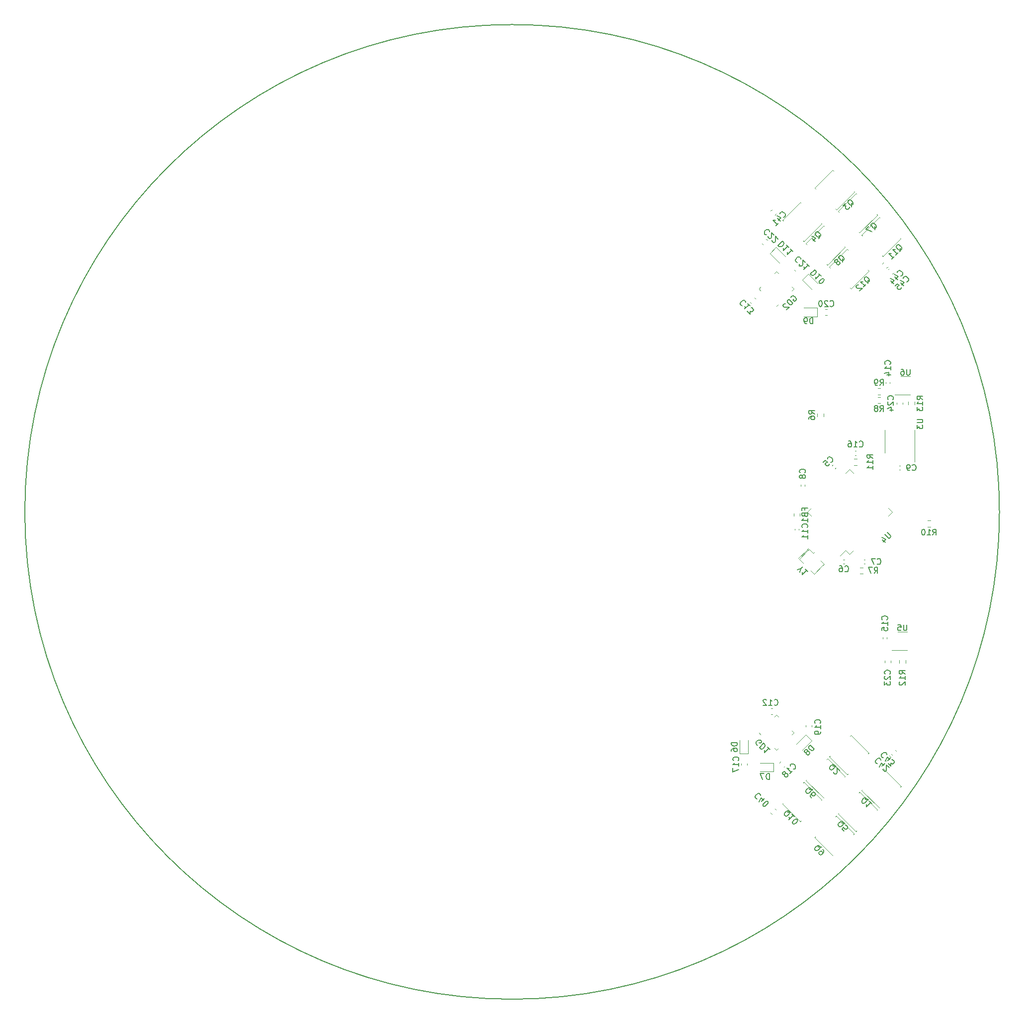
<source format=gbr>
%TF.GenerationSoftware,KiCad,Pcbnew,(6.0.8)*%
%TF.CreationDate,2022-10-14T22:36:05+09:00*%
%TF.ProjectId,ORION_VV_driver_v2,4f52494f-4e5f-4565-965f-647269766572,rev?*%
%TF.SameCoordinates,Original*%
%TF.FileFunction,Legend,Bot*%
%TF.FilePolarity,Positive*%
%FSLAX46Y46*%
G04 Gerber Fmt 4.6, Leading zero omitted, Abs format (unit mm)*
G04 Created by KiCad (PCBNEW (6.0.8)) date 2022-10-14 22:36:05*
%MOMM*%
%LPD*%
G01*
G04 APERTURE LIST*
%ADD10C,0.150000*%
%ADD11C,0.120000*%
G04 APERTURE END LIST*
D10*
X137000000Y-100000000D02*
G75*
G03*
X137000000Y-100000000I-83000000J0D01*
G01*
%TO.C,C7*%
X116166666Y-108857142D02*
X116214285Y-108904761D01*
X116357142Y-108952380D01*
X116452380Y-108952380D01*
X116595238Y-108904761D01*
X116690476Y-108809523D01*
X116738095Y-108714285D01*
X116785714Y-108523809D01*
X116785714Y-108380952D01*
X116738095Y-108190476D01*
X116690476Y-108095238D01*
X116595238Y-108000000D01*
X116452380Y-107952380D01*
X116357142Y-107952380D01*
X116214285Y-108000000D01*
X116166666Y-108047619D01*
X115833333Y-107952380D02*
X115166666Y-107952380D01*
X115595238Y-108952380D01*
%TO.C,FB1*%
X103828571Y-99666666D02*
X103828571Y-99333333D01*
X104352380Y-99333333D02*
X103352380Y-99333333D01*
X103352380Y-99809523D01*
X103828571Y-100523809D02*
X103876190Y-100666666D01*
X103923809Y-100714285D01*
X104019047Y-100761904D01*
X104161904Y-100761904D01*
X104257142Y-100714285D01*
X104304761Y-100666666D01*
X104352380Y-100571428D01*
X104352380Y-100190476D01*
X103352380Y-100190476D01*
X103352380Y-100523809D01*
X103400000Y-100619047D01*
X103447619Y-100666666D01*
X103542857Y-100714285D01*
X103638095Y-100714285D01*
X103733333Y-100666666D01*
X103780952Y-100619047D01*
X103828571Y-100523809D01*
X103828571Y-100190476D01*
X104352380Y-101714285D02*
X104352380Y-101142857D01*
X104352380Y-101428571D02*
X103352380Y-101428571D01*
X103495238Y-101333333D01*
X103590476Y-101238095D01*
X103638095Y-101142857D01*
%TO.C,R10*%
X125642857Y-103952380D02*
X125976190Y-103476190D01*
X126214285Y-103952380D02*
X126214285Y-102952380D01*
X125833333Y-102952380D01*
X125738095Y-103000000D01*
X125690476Y-103047619D01*
X125642857Y-103142857D01*
X125642857Y-103285714D01*
X125690476Y-103380952D01*
X125738095Y-103428571D01*
X125833333Y-103476190D01*
X126214285Y-103476190D01*
X124690476Y-103952380D02*
X125261904Y-103952380D01*
X124976190Y-103952380D02*
X124976190Y-102952380D01*
X125071428Y-103095238D01*
X125166666Y-103190476D01*
X125261904Y-103238095D01*
X124071428Y-102952380D02*
X123976190Y-102952380D01*
X123880952Y-103000000D01*
X123833333Y-103047619D01*
X123785714Y-103142857D01*
X123738095Y-103333333D01*
X123738095Y-103571428D01*
X123785714Y-103761904D01*
X123833333Y-103857142D01*
X123880952Y-103904761D01*
X123976190Y-103952380D01*
X124071428Y-103952380D01*
X124166666Y-103904761D01*
X124214285Y-103857142D01*
X124261904Y-103761904D01*
X124309523Y-103571428D01*
X124309523Y-103333333D01*
X124261904Y-103142857D01*
X124214285Y-103047619D01*
X124166666Y-103000000D01*
X124071428Y-102952380D01*
%TO.C,C22*%
X97858629Y-52232233D02*
X97858629Y-52164889D01*
X97791285Y-52030202D01*
X97723942Y-51962859D01*
X97589255Y-51895515D01*
X97454568Y-51895515D01*
X97353553Y-51929187D01*
X97185194Y-52030202D01*
X97084179Y-52131217D01*
X96983163Y-52299576D01*
X96949492Y-52400591D01*
X96949492Y-52535278D01*
X97016835Y-52669965D01*
X97084179Y-52737309D01*
X97218866Y-52804652D01*
X97286209Y-52804652D01*
X97555583Y-53074027D02*
X97555583Y-53141370D01*
X97589255Y-53242385D01*
X97757614Y-53410744D01*
X97858629Y-53444416D01*
X97925972Y-53444416D01*
X98026988Y-53410744D01*
X98094331Y-53343401D01*
X98161675Y-53208714D01*
X98161675Y-52400591D01*
X98599408Y-52838324D01*
X98229018Y-53747462D02*
X98229018Y-53814805D01*
X98262690Y-53915820D01*
X98431049Y-54084179D01*
X98532064Y-54117851D01*
X98599408Y-54117851D01*
X98700423Y-54084179D01*
X98767766Y-54016836D01*
X98835110Y-53882149D01*
X98835110Y-53074027D01*
X99272843Y-53511759D01*
%TO.C,R13*%
X123952380Y-80857142D02*
X123476190Y-80523809D01*
X123952380Y-80285714D02*
X122952380Y-80285714D01*
X122952380Y-80666666D01*
X123000000Y-80761904D01*
X123047619Y-80809523D01*
X123142857Y-80857142D01*
X123285714Y-80857142D01*
X123380952Y-80809523D01*
X123428571Y-80761904D01*
X123476190Y-80666666D01*
X123476190Y-80285714D01*
X123952380Y-81809523D02*
X123952380Y-81238095D01*
X123952380Y-81523809D02*
X122952380Y-81523809D01*
X123095238Y-81428571D01*
X123190476Y-81333333D01*
X123238095Y-81238095D01*
X122952380Y-82142857D02*
X122952380Y-82761904D01*
X123333333Y-82428571D01*
X123333333Y-82571428D01*
X123380952Y-82666666D01*
X123428571Y-82714285D01*
X123523809Y-82761904D01*
X123761904Y-82761904D01*
X123857142Y-82714285D01*
X123904761Y-82666666D01*
X123952380Y-82571428D01*
X123952380Y-82285714D01*
X123904761Y-82190476D01*
X123857142Y-82142857D01*
%TO.C,C21*%
X103181852Y-56909010D02*
X103181852Y-56841666D01*
X103114508Y-56706979D01*
X103047165Y-56639636D01*
X102912478Y-56572292D01*
X102777791Y-56572292D01*
X102676776Y-56605964D01*
X102508417Y-56706979D01*
X102407402Y-56807994D01*
X102306386Y-56976353D01*
X102272715Y-57077368D01*
X102272715Y-57212055D01*
X102340058Y-57346742D01*
X102407402Y-57414086D01*
X102542089Y-57481429D01*
X102609432Y-57481429D01*
X102878806Y-57750804D02*
X102878806Y-57818147D01*
X102912478Y-57919162D01*
X103080837Y-58087521D01*
X103181852Y-58121193D01*
X103249195Y-58121193D01*
X103350211Y-58087521D01*
X103417554Y-58020178D01*
X103484898Y-57885491D01*
X103484898Y-57077368D01*
X103922631Y-57515101D01*
X104596066Y-58188536D02*
X104192005Y-57784475D01*
X104394035Y-57986506D02*
X103686928Y-58693613D01*
X103720600Y-58525254D01*
X103720600Y-58390567D01*
X103686928Y-58289552D01*
%TO.C,Q10*%
X101483164Y-151208713D02*
X101382148Y-151175042D01*
X101247461Y-151175042D01*
X101045431Y-151175042D01*
X100944416Y-151141370D01*
X100877072Y-151074026D01*
X101079103Y-150939339D02*
X100978087Y-150905668D01*
X100843400Y-150905668D01*
X100675042Y-151006683D01*
X100439339Y-151242385D01*
X100338324Y-151410744D01*
X100338324Y-151545431D01*
X100371996Y-151646446D01*
X100506683Y-151781133D01*
X100607698Y-151814805D01*
X100742385Y-151814805D01*
X100910744Y-151713790D01*
X101146446Y-151478087D01*
X101247461Y-151309729D01*
X101247461Y-151175042D01*
X101213790Y-151074026D01*
X101079103Y-150939339D01*
X102055583Y-151915820D02*
X101651522Y-151511759D01*
X101853553Y-151713790D02*
X101146446Y-152420896D01*
X101180118Y-152252538D01*
X101180118Y-152117851D01*
X101146446Y-152016835D01*
X101786209Y-153060660D02*
X101853553Y-153128003D01*
X101954568Y-153161675D01*
X102021912Y-153161675D01*
X102122927Y-153128003D01*
X102291286Y-153026988D01*
X102459644Y-152858629D01*
X102560660Y-152690270D01*
X102594331Y-152589255D01*
X102594331Y-152521912D01*
X102560660Y-152420896D01*
X102493316Y-152353553D01*
X102392301Y-152319881D01*
X102324957Y-152319881D01*
X102223942Y-152353553D01*
X102055583Y-152454568D01*
X101887225Y-152622927D01*
X101786209Y-152791286D01*
X101752538Y-152892301D01*
X101752538Y-152959644D01*
X101786209Y-153060660D01*
%TO.C,C16*%
X113142857Y-88857142D02*
X113190476Y-88904761D01*
X113333333Y-88952380D01*
X113428571Y-88952380D01*
X113571428Y-88904761D01*
X113666666Y-88809523D01*
X113714285Y-88714285D01*
X113761904Y-88523809D01*
X113761904Y-88380952D01*
X113714285Y-88190476D01*
X113666666Y-88095238D01*
X113571428Y-88000000D01*
X113428571Y-87952380D01*
X113333333Y-87952380D01*
X113190476Y-88000000D01*
X113142857Y-88047619D01*
X112190476Y-88952380D02*
X112761904Y-88952380D01*
X112476190Y-88952380D02*
X112476190Y-87952380D01*
X112571428Y-88095238D01*
X112666666Y-88190476D01*
X112761904Y-88238095D01*
X111333333Y-87952380D02*
X111523809Y-87952380D01*
X111619047Y-88000000D01*
X111666666Y-88047619D01*
X111761904Y-88190476D01*
X111809523Y-88380952D01*
X111809523Y-88761904D01*
X111761904Y-88857142D01*
X111714285Y-88904761D01*
X111619047Y-88952380D01*
X111428571Y-88952380D01*
X111333333Y-88904761D01*
X111285714Y-88857142D01*
X111238095Y-88761904D01*
X111238095Y-88523809D01*
X111285714Y-88428571D01*
X111333333Y-88380952D01*
X111428571Y-88333333D01*
X111619047Y-88333333D01*
X111714285Y-88380952D01*
X111761904Y-88428571D01*
X111809523Y-88523809D01*
%TO.C,C15*%
X117857142Y-118357142D02*
X117904761Y-118309523D01*
X117952380Y-118166666D01*
X117952380Y-118071428D01*
X117904761Y-117928571D01*
X117809523Y-117833333D01*
X117714285Y-117785714D01*
X117523809Y-117738095D01*
X117380952Y-117738095D01*
X117190476Y-117785714D01*
X117095238Y-117833333D01*
X117000000Y-117928571D01*
X116952380Y-118071428D01*
X116952380Y-118166666D01*
X117000000Y-118309523D01*
X117047619Y-118357142D01*
X117952380Y-119309523D02*
X117952380Y-118738095D01*
X117952380Y-119023809D02*
X116952380Y-119023809D01*
X117095238Y-118928571D01*
X117190476Y-118833333D01*
X117238095Y-118738095D01*
X116952380Y-120214285D02*
X116952380Y-119738095D01*
X117428571Y-119690476D01*
X117380952Y-119738095D01*
X117333333Y-119833333D01*
X117333333Y-120071428D01*
X117380952Y-120166666D01*
X117428571Y-120214285D01*
X117523809Y-120261904D01*
X117761904Y-120261904D01*
X117857142Y-120214285D01*
X117904761Y-120166666D01*
X117952380Y-120071428D01*
X117952380Y-119833333D01*
X117904761Y-119738095D01*
X117857142Y-119690476D01*
%TO.C,U3*%
X122952380Y-84238095D02*
X123761904Y-84238095D01*
X123857142Y-84285714D01*
X123904761Y-84333333D01*
X123952380Y-84428571D01*
X123952380Y-84619047D01*
X123904761Y-84714285D01*
X123857142Y-84761904D01*
X123761904Y-84809523D01*
X122952380Y-84809523D01*
X122952380Y-85190476D02*
X122952380Y-85809523D01*
X123333333Y-85476190D01*
X123333333Y-85619047D01*
X123380952Y-85714285D01*
X123428571Y-85761904D01*
X123523809Y-85809523D01*
X123761904Y-85809523D01*
X123857142Y-85761904D01*
X123904761Y-85714285D01*
X123952380Y-85619047D01*
X123952380Y-85333333D01*
X123904761Y-85238095D01*
X123857142Y-85190476D01*
%TO.C,D8*%
X105455486Y-140411662D02*
X104748380Y-139704555D01*
X104580021Y-139872914D01*
X104512677Y-140007601D01*
X104512677Y-140142288D01*
X104546349Y-140243303D01*
X104647364Y-140411662D01*
X104748380Y-140512677D01*
X104916738Y-140613693D01*
X105017754Y-140647364D01*
X105152441Y-140647364D01*
X105287128Y-140580021D01*
X105455486Y-140411662D01*
X104243303Y-140815723D02*
X104276975Y-140714708D01*
X104276975Y-140647364D01*
X104243303Y-140546349D01*
X104209631Y-140512677D01*
X104108616Y-140479005D01*
X104041273Y-140479005D01*
X103940257Y-140512677D01*
X103805570Y-140647364D01*
X103771899Y-140748380D01*
X103771899Y-140815723D01*
X103805570Y-140916738D01*
X103839242Y-140950410D01*
X103940257Y-140984082D01*
X104007601Y-140984082D01*
X104108616Y-140950410D01*
X104243303Y-140815723D01*
X104344318Y-140782051D01*
X104411662Y-140782051D01*
X104512677Y-140815723D01*
X104647364Y-140950410D01*
X104681036Y-141051425D01*
X104681036Y-141118769D01*
X104647364Y-141219784D01*
X104512677Y-141354471D01*
X104411662Y-141388143D01*
X104344318Y-141388143D01*
X104243303Y-141354471D01*
X104108616Y-141219784D01*
X104074944Y-141118769D01*
X104074944Y-141051425D01*
X104108616Y-140950410D01*
%TO.C,C43*%
X117786806Y-141304056D02*
X117786806Y-141236712D01*
X117719462Y-141102025D01*
X117652119Y-141034682D01*
X117517432Y-140967338D01*
X117382745Y-140967338D01*
X117281730Y-141001010D01*
X117113371Y-141102025D01*
X117012356Y-141203040D01*
X116911340Y-141371399D01*
X116877669Y-141472414D01*
X116877669Y-141607101D01*
X116945012Y-141741788D01*
X117012356Y-141809132D01*
X117147043Y-141876475D01*
X117214386Y-141876475D01*
X117988837Y-142314208D02*
X118460241Y-141842804D01*
X117551104Y-142415224D02*
X117887821Y-141741788D01*
X118325554Y-142179521D01*
X118056180Y-142852956D02*
X118493913Y-143290689D01*
X118527585Y-142785613D01*
X118628600Y-142886628D01*
X118729615Y-142920300D01*
X118796959Y-142920300D01*
X118897974Y-142886628D01*
X119066333Y-142718269D01*
X119100004Y-142617254D01*
X119100004Y-142549911D01*
X119066333Y-142448895D01*
X118864302Y-142246865D01*
X118763287Y-142213193D01*
X118695943Y-142213193D01*
%TO.C,C40*%
X96297969Y-148292893D02*
X96297969Y-148225549D01*
X96230625Y-148090862D01*
X96163282Y-148023519D01*
X96028595Y-147956175D01*
X95893908Y-147956175D01*
X95792893Y-147989847D01*
X95624534Y-148090862D01*
X95523519Y-148191877D01*
X95422503Y-148360236D01*
X95388832Y-148461251D01*
X95388832Y-148595938D01*
X95456175Y-148730625D01*
X95523519Y-148797969D01*
X95658206Y-148865312D01*
X95725549Y-148865312D01*
X96500000Y-149303045D02*
X96971404Y-148831641D01*
X96062267Y-149404061D02*
X96398984Y-148730625D01*
X96836717Y-149168358D01*
X96769374Y-150043824D02*
X96836717Y-150111167D01*
X96937732Y-150144839D01*
X97005076Y-150144839D01*
X97106091Y-150111167D01*
X97274450Y-150010152D01*
X97442809Y-149841793D01*
X97543824Y-149673435D01*
X97577496Y-149572419D01*
X97577496Y-149505076D01*
X97543824Y-149404061D01*
X97476480Y-149336717D01*
X97375465Y-149303045D01*
X97308122Y-149303045D01*
X97207106Y-149336717D01*
X97038748Y-149437732D01*
X96870389Y-149606091D01*
X96769374Y-149774450D01*
X96735702Y-149875465D01*
X96735702Y-149942809D01*
X96769374Y-150043824D01*
%TO.C,D10*%
X105521911Y-58760828D02*
X104814805Y-59467935D01*
X104983163Y-59636294D01*
X105117850Y-59703637D01*
X105252537Y-59703637D01*
X105353553Y-59669965D01*
X105521911Y-59568950D01*
X105622927Y-59467935D01*
X105723942Y-59299576D01*
X105757614Y-59198561D01*
X105757614Y-59063874D01*
X105690270Y-58929187D01*
X105521911Y-58760828D01*
X106599408Y-59838324D02*
X106195347Y-59434263D01*
X106397377Y-59636294D02*
X105690270Y-60343401D01*
X105723942Y-60175042D01*
X105723942Y-60040355D01*
X105690270Y-59939340D01*
X106330034Y-60983164D02*
X106397377Y-61050507D01*
X106498392Y-61084179D01*
X106565736Y-61084179D01*
X106666751Y-61050507D01*
X106835110Y-60949492D01*
X107003469Y-60781133D01*
X107104484Y-60612775D01*
X107138156Y-60511759D01*
X107138156Y-60444416D01*
X107104484Y-60343401D01*
X107037140Y-60276057D01*
X106936125Y-60242385D01*
X106868782Y-60242385D01*
X106767766Y-60276057D01*
X106599408Y-60377072D01*
X106431049Y-60545431D01*
X106330034Y-60713790D01*
X106296362Y-60814805D01*
X106296362Y-60882149D01*
X106330034Y-60983164D01*
%TO.C,Q5*%
X110685908Y-153025330D02*
X110584893Y-152991658D01*
X110450206Y-152991658D01*
X110248175Y-152991658D01*
X110147160Y-152957986D01*
X110079817Y-152890643D01*
X110281847Y-152755956D02*
X110180832Y-152722284D01*
X110046145Y-152722284D01*
X109877786Y-152823299D01*
X109642084Y-153059002D01*
X109541069Y-153227360D01*
X109541069Y-153362047D01*
X109574740Y-153463063D01*
X109709427Y-153597750D01*
X109810443Y-153631421D01*
X109945130Y-153631421D01*
X110113488Y-153530406D01*
X110349191Y-153294704D01*
X110450206Y-153126345D01*
X110450206Y-152991658D01*
X110416534Y-152890643D01*
X110281847Y-152755956D01*
X110517549Y-154405872D02*
X110180832Y-154069154D01*
X110483878Y-153698765D01*
X110483878Y-153766108D01*
X110517549Y-153867124D01*
X110685908Y-154035482D01*
X110786923Y-154069154D01*
X110854267Y-154069154D01*
X110955282Y-154035482D01*
X111123641Y-153867124D01*
X111157313Y-153766108D01*
X111157313Y-153698765D01*
X111123641Y-153597750D01*
X110955282Y-153429391D01*
X110854267Y-153395719D01*
X110786923Y-153395719D01*
%TO.C,GD2*%
X101484974Y-63474822D02*
X101518646Y-63373807D01*
X101619661Y-63272791D01*
X101754348Y-63205448D01*
X101889035Y-63205448D01*
X101990051Y-63239120D01*
X102158409Y-63340135D01*
X102259425Y-63441150D01*
X102360440Y-63609509D01*
X102394112Y-63710524D01*
X102394112Y-63845211D01*
X102326768Y-63979898D01*
X102259425Y-64047242D01*
X102124738Y-64114585D01*
X102057394Y-64114585D01*
X101821692Y-63878883D01*
X101956379Y-63744196D01*
X101821692Y-64484974D02*
X101114585Y-63777868D01*
X100946226Y-63946226D01*
X100878883Y-64080913D01*
X100878883Y-64215600D01*
X100912555Y-64316616D01*
X101013570Y-64484974D01*
X101114585Y-64585990D01*
X101282944Y-64687005D01*
X101383959Y-64720677D01*
X101518646Y-64720677D01*
X101653333Y-64653333D01*
X101821692Y-64484974D01*
X100508494Y-64518646D02*
X100441150Y-64518646D01*
X100340135Y-64552318D01*
X100171776Y-64720677D01*
X100138104Y-64821692D01*
X100138104Y-64889035D01*
X100171776Y-64990051D01*
X100239120Y-65057394D01*
X100373807Y-65124738D01*
X101181929Y-65124738D01*
X100744196Y-65562470D01*
%TO.C,C9*%
X122166666Y-92857142D02*
X122214285Y-92904761D01*
X122357142Y-92952380D01*
X122452380Y-92952380D01*
X122595238Y-92904761D01*
X122690476Y-92809523D01*
X122738095Y-92714285D01*
X122785714Y-92523809D01*
X122785714Y-92380952D01*
X122738095Y-92190476D01*
X122690476Y-92095238D01*
X122595238Y-92000000D01*
X122452380Y-91952380D01*
X122357142Y-91952380D01*
X122214285Y-92000000D01*
X122166666Y-92047619D01*
X121690476Y-92952380D02*
X121500000Y-92952380D01*
X121404761Y-92904761D01*
X121357142Y-92857142D01*
X121261904Y-92714285D01*
X121214285Y-92523809D01*
X121214285Y-92142857D01*
X121261904Y-92047619D01*
X121309523Y-92000000D01*
X121404761Y-91952380D01*
X121595238Y-91952380D01*
X121690476Y-92000000D01*
X121738095Y-92047619D01*
X121785714Y-92142857D01*
X121785714Y-92380952D01*
X121738095Y-92476190D01*
X121690476Y-92523809D01*
X121595238Y-92571428D01*
X121404761Y-92571428D01*
X121309523Y-92523809D01*
X121261904Y-92476190D01*
X121214285Y-92380952D01*
%TO.C,U5*%
X121235356Y-119202380D02*
X121235356Y-120011904D01*
X121187737Y-120107142D01*
X121140118Y-120154761D01*
X121044880Y-120202380D01*
X120854404Y-120202380D01*
X120759166Y-120154761D01*
X120711547Y-120107142D01*
X120663928Y-120011904D01*
X120663928Y-119202380D01*
X119711547Y-119202380D02*
X120187737Y-119202380D01*
X120235356Y-119678571D01*
X120187737Y-119630952D01*
X120092499Y-119583333D01*
X119854404Y-119583333D01*
X119759166Y-119630952D01*
X119711547Y-119678571D01*
X119663928Y-119773809D01*
X119663928Y-120011904D01*
X119711547Y-120107142D01*
X119759166Y-120154761D01*
X119854404Y-120202380D01*
X120092499Y-120202380D01*
X120187737Y-120154761D01*
X120235356Y-120107142D01*
%TO.C,C5*%
X108286506Y-91550804D02*
X108353849Y-91550804D01*
X108488536Y-91483460D01*
X108555880Y-91416117D01*
X108623223Y-91281429D01*
X108623223Y-91146742D01*
X108589552Y-91045727D01*
X108488536Y-90877368D01*
X108387521Y-90776353D01*
X108219162Y-90675338D01*
X108118147Y-90641666D01*
X107983460Y-90641666D01*
X107848773Y-90709010D01*
X107781429Y-90776353D01*
X107714086Y-90911040D01*
X107714086Y-90978384D01*
X107006979Y-91550804D02*
X107343697Y-91214086D01*
X107714086Y-91517132D01*
X107646742Y-91517132D01*
X107545727Y-91550804D01*
X107377368Y-91719162D01*
X107343697Y-91820178D01*
X107343697Y-91887521D01*
X107377368Y-91988536D01*
X107545727Y-92156895D01*
X107646742Y-92190567D01*
X107714086Y-92190567D01*
X107815101Y-92156895D01*
X107983460Y-91988536D01*
X108017132Y-91887521D01*
X108017132Y-91820178D01*
%TO.C,C11*%
X104257142Y-102657142D02*
X104304761Y-102609523D01*
X104352380Y-102466666D01*
X104352380Y-102371428D01*
X104304761Y-102228571D01*
X104209523Y-102133333D01*
X104114285Y-102085714D01*
X103923809Y-102038095D01*
X103780952Y-102038095D01*
X103590476Y-102085714D01*
X103495238Y-102133333D01*
X103400000Y-102228571D01*
X103352380Y-102371428D01*
X103352380Y-102466666D01*
X103400000Y-102609523D01*
X103447619Y-102657142D01*
X104352380Y-103609523D02*
X104352380Y-103038095D01*
X104352380Y-103323809D02*
X103352380Y-103323809D01*
X103495238Y-103228571D01*
X103590476Y-103133333D01*
X103638095Y-103038095D01*
X104352380Y-104561904D02*
X104352380Y-103990476D01*
X104352380Y-104276190D02*
X103352380Y-104276190D01*
X103495238Y-104180952D01*
X103590476Y-104085714D01*
X103638095Y-103990476D01*
%TO.C,C42*%
X116786806Y-142304056D02*
X116786806Y-142236712D01*
X116719462Y-142102025D01*
X116652119Y-142034682D01*
X116517432Y-141967338D01*
X116382745Y-141967338D01*
X116281730Y-142001010D01*
X116113371Y-142102025D01*
X116012356Y-142203040D01*
X115911340Y-142371399D01*
X115877669Y-142472414D01*
X115877669Y-142607101D01*
X115945012Y-142741788D01*
X116012356Y-142809132D01*
X116147043Y-142876475D01*
X116214386Y-142876475D01*
X116988837Y-143314208D02*
X117460241Y-142842804D01*
X116551104Y-143415224D02*
X116887821Y-142741788D01*
X117325554Y-143179521D01*
X117157195Y-143819285D02*
X117157195Y-143886628D01*
X117190867Y-143987643D01*
X117359226Y-144156002D01*
X117460241Y-144189674D01*
X117527585Y-144189674D01*
X117628600Y-144156002D01*
X117695943Y-144088659D01*
X117763287Y-143953972D01*
X117763287Y-143145850D01*
X118201020Y-143583582D01*
%TO.C,C12*%
X98642857Y-132857142D02*
X98690476Y-132904761D01*
X98833333Y-132952380D01*
X98928571Y-132952380D01*
X99071428Y-132904761D01*
X99166666Y-132809523D01*
X99214285Y-132714285D01*
X99261904Y-132523809D01*
X99261904Y-132380952D01*
X99214285Y-132190476D01*
X99166666Y-132095238D01*
X99071428Y-132000000D01*
X98928571Y-131952380D01*
X98833333Y-131952380D01*
X98690476Y-132000000D01*
X98642857Y-132047619D01*
X97690476Y-132952380D02*
X98261904Y-132952380D01*
X97976190Y-132952380D02*
X97976190Y-131952380D01*
X98071428Y-132095238D01*
X98166666Y-132190476D01*
X98261904Y-132238095D01*
X97309523Y-132047619D02*
X97261904Y-132000000D01*
X97166666Y-131952380D01*
X96928571Y-131952380D01*
X96833333Y-132000000D01*
X96785714Y-132047619D01*
X96738095Y-132142857D01*
X96738095Y-132238095D01*
X96785714Y-132380952D01*
X97357142Y-132952380D01*
X96738095Y-132952380D01*
%TO.C,D6*%
X92352380Y-139299404D02*
X91352380Y-139299404D01*
X91352380Y-139537500D01*
X91400000Y-139680357D01*
X91495238Y-139775595D01*
X91590476Y-139823214D01*
X91780952Y-139870833D01*
X91923809Y-139870833D01*
X92114285Y-139823214D01*
X92209523Y-139775595D01*
X92304761Y-139680357D01*
X92352380Y-139537500D01*
X92352380Y-139299404D01*
X91352380Y-140727976D02*
X91352380Y-140537500D01*
X91400000Y-140442261D01*
X91447619Y-140394642D01*
X91590476Y-140299404D01*
X91780952Y-140251785D01*
X92161904Y-140251785D01*
X92257142Y-140299404D01*
X92304761Y-140347023D01*
X92352380Y-140442261D01*
X92352380Y-140632738D01*
X92304761Y-140727976D01*
X92257142Y-140775595D01*
X92161904Y-140823214D01*
X91923809Y-140823214D01*
X91828571Y-140775595D01*
X91780952Y-140727976D01*
X91733333Y-140632738D01*
X91733333Y-140442261D01*
X91780952Y-140347023D01*
X91828571Y-140299404D01*
X91923809Y-140251785D01*
%TO.C,Q2*%
X109185908Y-143332921D02*
X109084893Y-143299249D01*
X108950206Y-143299249D01*
X108748175Y-143299249D01*
X108647160Y-143265577D01*
X108579817Y-143198234D01*
X108781847Y-143063547D02*
X108680832Y-143029875D01*
X108546145Y-143029875D01*
X108377786Y-143130890D01*
X108142084Y-143366593D01*
X108041069Y-143534951D01*
X108041069Y-143669638D01*
X108074740Y-143770654D01*
X108209427Y-143905341D01*
X108310443Y-143939012D01*
X108445130Y-143939012D01*
X108613488Y-143837997D01*
X108849191Y-143602295D01*
X108950206Y-143433936D01*
X108950206Y-143299249D01*
X108916534Y-143198234D01*
X108781847Y-143063547D01*
X108714504Y-144275730D02*
X108714504Y-144343073D01*
X108748175Y-144444089D01*
X108916534Y-144612447D01*
X109017549Y-144646119D01*
X109084893Y-144646119D01*
X109185908Y-144612447D01*
X109253252Y-144545104D01*
X109320595Y-144410417D01*
X109320595Y-143602295D01*
X109758328Y-144040028D01*
%TO.C,Q4*%
X106242058Y-53453854D02*
X106275730Y-53352839D01*
X106275730Y-53218152D01*
X106275730Y-53016121D01*
X106309402Y-52915106D01*
X106376745Y-52847763D01*
X106511432Y-53049793D02*
X106545104Y-52948778D01*
X106545104Y-52814091D01*
X106444089Y-52645732D01*
X106208386Y-52410030D01*
X106040028Y-52309015D01*
X105905341Y-52309015D01*
X105804325Y-52342686D01*
X105669638Y-52477373D01*
X105635967Y-52578389D01*
X105635967Y-52713076D01*
X105736982Y-52881434D01*
X105972684Y-53117137D01*
X106141043Y-53218152D01*
X106275730Y-53218152D01*
X106376745Y-53184480D01*
X106511432Y-53049793D01*
X105130890Y-53487526D02*
X105602295Y-53958930D01*
X105029875Y-53049793D02*
X105703310Y-53386511D01*
X105265577Y-53824243D01*
%TO.C,C24*%
X118857142Y-80857142D02*
X118904761Y-80809523D01*
X118952380Y-80666666D01*
X118952380Y-80571428D01*
X118904761Y-80428571D01*
X118809523Y-80333333D01*
X118714285Y-80285714D01*
X118523809Y-80238095D01*
X118380952Y-80238095D01*
X118190476Y-80285714D01*
X118095238Y-80333333D01*
X118000000Y-80428571D01*
X117952380Y-80571428D01*
X117952380Y-80666666D01*
X118000000Y-80809523D01*
X118047619Y-80857142D01*
X118047619Y-81238095D02*
X118000000Y-81285714D01*
X117952380Y-81380952D01*
X117952380Y-81619047D01*
X118000000Y-81714285D01*
X118047619Y-81761904D01*
X118142857Y-81809523D01*
X118238095Y-81809523D01*
X118380952Y-81761904D01*
X118952380Y-81190476D01*
X118952380Y-81809523D01*
X118285714Y-82666666D02*
X118952380Y-82666666D01*
X117904761Y-82428571D02*
X118619047Y-82190476D01*
X118619047Y-82809523D01*
%TO.C,Q9*%
X106685908Y-157101065D02*
X106584893Y-157067393D01*
X106450206Y-157067393D01*
X106248175Y-157067393D01*
X106147160Y-157033721D01*
X106079817Y-156966378D01*
X106281847Y-156831691D02*
X106180832Y-156798019D01*
X106046145Y-156798019D01*
X105877786Y-156899034D01*
X105642084Y-157134737D01*
X105541069Y-157303095D01*
X105541069Y-157437782D01*
X105574740Y-157538798D01*
X105709427Y-157673485D01*
X105810443Y-157707156D01*
X105945130Y-157707156D01*
X106113488Y-157606141D01*
X106349191Y-157370439D01*
X106450206Y-157202080D01*
X106450206Y-157067393D01*
X106416534Y-156966378D01*
X106281847Y-156831691D01*
X106921610Y-157471454D02*
X107056297Y-157606141D01*
X107089969Y-157707156D01*
X107089969Y-157774500D01*
X107056297Y-157942859D01*
X106955282Y-158111217D01*
X106685908Y-158380591D01*
X106584893Y-158414263D01*
X106517549Y-158414263D01*
X106416534Y-158380591D01*
X106281847Y-158245904D01*
X106248175Y-158144889D01*
X106248175Y-158077546D01*
X106281847Y-157976530D01*
X106450206Y-157808172D01*
X106551221Y-157774500D01*
X106618565Y-157774500D01*
X106719580Y-157808172D01*
X106854267Y-157942859D01*
X106887939Y-158043874D01*
X106887939Y-158111217D01*
X106854267Y-158212233D01*
%TO.C,Q7*%
X115742058Y-51953854D02*
X115775730Y-51852839D01*
X115775730Y-51718152D01*
X115775730Y-51516121D01*
X115809402Y-51415106D01*
X115876745Y-51347763D01*
X116011432Y-51549793D02*
X116045104Y-51448778D01*
X116045104Y-51314091D01*
X115944089Y-51145732D01*
X115708386Y-50910030D01*
X115540028Y-50809015D01*
X115405341Y-50809015D01*
X115304325Y-50842686D01*
X115169638Y-50977373D01*
X115135967Y-51078389D01*
X115135967Y-51213076D01*
X115236982Y-51381434D01*
X115472684Y-51617137D01*
X115641043Y-51718152D01*
X115775730Y-51718152D01*
X115876745Y-51684480D01*
X116011432Y-51549793D01*
X114765577Y-51381434D02*
X114294173Y-51852839D01*
X115304325Y-52256900D01*
%TO.C,Q8*%
X110242058Y-57453854D02*
X110275730Y-57352839D01*
X110275730Y-57218152D01*
X110275730Y-57016121D01*
X110309402Y-56915106D01*
X110376745Y-56847763D01*
X110511432Y-57049793D02*
X110545104Y-56948778D01*
X110545104Y-56814091D01*
X110444089Y-56645732D01*
X110208386Y-56410030D01*
X110040028Y-56309015D01*
X109905341Y-56309015D01*
X109804325Y-56342686D01*
X109669638Y-56477373D01*
X109635967Y-56578389D01*
X109635967Y-56713076D01*
X109736982Y-56881434D01*
X109972684Y-57117137D01*
X110141043Y-57218152D01*
X110275730Y-57218152D01*
X110376745Y-57184480D01*
X110511432Y-57049793D01*
X109400264Y-57352839D02*
X109433936Y-57251824D01*
X109433936Y-57184480D01*
X109400264Y-57083465D01*
X109366593Y-57049793D01*
X109265577Y-57016121D01*
X109198234Y-57016121D01*
X109097219Y-57049793D01*
X108962532Y-57184480D01*
X108928860Y-57285495D01*
X108928860Y-57352839D01*
X108962532Y-57453854D01*
X108996203Y-57487526D01*
X109097219Y-57521198D01*
X109164562Y-57521198D01*
X109265577Y-57487526D01*
X109400264Y-57352839D01*
X109501280Y-57319167D01*
X109568623Y-57319167D01*
X109669638Y-57352839D01*
X109804325Y-57487526D01*
X109837997Y-57588541D01*
X109837997Y-57655885D01*
X109804325Y-57756900D01*
X109669638Y-57891587D01*
X109568623Y-57925259D01*
X109501280Y-57925259D01*
X109400264Y-57891587D01*
X109265577Y-57756900D01*
X109231906Y-57655885D01*
X109231906Y-57588541D01*
X109265577Y-57487526D01*
%TO.C,D7*%
X97813095Y-145552380D02*
X97813095Y-144552380D01*
X97575000Y-144552380D01*
X97432142Y-144600000D01*
X97336904Y-144695238D01*
X97289285Y-144790476D01*
X97241666Y-144980952D01*
X97241666Y-145123809D01*
X97289285Y-145314285D01*
X97336904Y-145409523D01*
X97432142Y-145504761D01*
X97575000Y-145552380D01*
X97813095Y-145552380D01*
X96908333Y-144552380D02*
X96241666Y-144552380D01*
X96670238Y-145552380D01*
%TO.C,Y1*%
X103146446Y-109680118D02*
X103483164Y-109343400D01*
X102540355Y-109814805D02*
X103146446Y-109680118D01*
X103011759Y-110286209D01*
X104324957Y-110185194D02*
X103920896Y-109781133D01*
X104122927Y-109983164D02*
X103415820Y-110690270D01*
X103449492Y-110521912D01*
X103449492Y-110387225D01*
X103415820Y-110286209D01*
%TO.C,D11*%
X100021911Y-53907274D02*
X99314805Y-54614381D01*
X99483163Y-54782740D01*
X99617850Y-54850083D01*
X99752537Y-54850083D01*
X99853553Y-54816411D01*
X100021911Y-54715396D01*
X100122927Y-54614381D01*
X100223942Y-54446022D01*
X100257614Y-54345007D01*
X100257614Y-54210320D01*
X100190270Y-54075633D01*
X100021911Y-53907274D01*
X101099408Y-54984770D02*
X100695347Y-54580709D01*
X100897377Y-54782740D02*
X100190270Y-55489847D01*
X100223942Y-55321488D01*
X100223942Y-55186801D01*
X100190270Y-55085786D01*
X101772843Y-55658205D02*
X101368782Y-55254144D01*
X101570812Y-55456175D02*
X100863705Y-56163282D01*
X100897377Y-55994923D01*
X100897377Y-55860236D01*
X100863705Y-55759221D01*
%TO.C,C20*%
X108142857Y-64927142D02*
X108190476Y-64974761D01*
X108333333Y-65022380D01*
X108428571Y-65022380D01*
X108571428Y-64974761D01*
X108666666Y-64879523D01*
X108714285Y-64784285D01*
X108761904Y-64593809D01*
X108761904Y-64450952D01*
X108714285Y-64260476D01*
X108666666Y-64165238D01*
X108571428Y-64070000D01*
X108428571Y-64022380D01*
X108333333Y-64022380D01*
X108190476Y-64070000D01*
X108142857Y-64117619D01*
X107761904Y-64117619D02*
X107714285Y-64070000D01*
X107619047Y-64022380D01*
X107380952Y-64022380D01*
X107285714Y-64070000D01*
X107238095Y-64117619D01*
X107190476Y-64212857D01*
X107190476Y-64308095D01*
X107238095Y-64450952D01*
X107809523Y-65022380D01*
X107190476Y-65022380D01*
X106571428Y-64022380D02*
X106476190Y-64022380D01*
X106380952Y-64070000D01*
X106333333Y-64117619D01*
X106285714Y-64212857D01*
X106238095Y-64403333D01*
X106238095Y-64641428D01*
X106285714Y-64831904D01*
X106333333Y-64927142D01*
X106380952Y-64974761D01*
X106476190Y-65022380D01*
X106571428Y-65022380D01*
X106666666Y-64974761D01*
X106714285Y-64927142D01*
X106761904Y-64831904D01*
X106809523Y-64641428D01*
X106809523Y-64403333D01*
X106761904Y-64212857D01*
X106714285Y-64117619D01*
X106666666Y-64070000D01*
X106571428Y-64022380D01*
%TO.C,R12*%
X120925832Y-127607142D02*
X120449642Y-127273809D01*
X120925832Y-127035714D02*
X119925832Y-127035714D01*
X119925832Y-127416666D01*
X119973452Y-127511904D01*
X120021071Y-127559523D01*
X120116309Y-127607142D01*
X120259166Y-127607142D01*
X120354404Y-127559523D01*
X120402023Y-127511904D01*
X120449642Y-127416666D01*
X120449642Y-127035714D01*
X120925832Y-128559523D02*
X120925832Y-127988095D01*
X120925832Y-128273809D02*
X119925832Y-128273809D01*
X120068690Y-128178571D01*
X120163928Y-128083333D01*
X120211547Y-127988095D01*
X120021071Y-128940476D02*
X119973452Y-128988095D01*
X119925832Y-129083333D01*
X119925832Y-129321428D01*
X119973452Y-129416666D01*
X120021071Y-129464285D01*
X120116309Y-129511904D01*
X120211547Y-129511904D01*
X120354404Y-129464285D01*
X120925832Y-128892857D01*
X120925832Y-129511904D01*
%TO.C,C44*%
X120207106Y-59797969D02*
X120274450Y-59797969D01*
X120409137Y-59730625D01*
X120476480Y-59663282D01*
X120543824Y-59528595D01*
X120543824Y-59393908D01*
X120510152Y-59292893D01*
X120409137Y-59124534D01*
X120308122Y-59023519D01*
X120139763Y-58922503D01*
X120038748Y-58888832D01*
X119904061Y-58888832D01*
X119769374Y-58956175D01*
X119702030Y-59023519D01*
X119634687Y-59158206D01*
X119634687Y-59225549D01*
X119196954Y-60000000D02*
X119668358Y-60471404D01*
X119095938Y-59562267D02*
X119769374Y-59898984D01*
X119331641Y-60336717D01*
X118523519Y-60673435D02*
X118994923Y-61144839D01*
X118422503Y-60235702D02*
X119095938Y-60572419D01*
X118658206Y-61010152D01*
%TO.C,U4*%
X117867133Y-103465017D02*
X118439553Y-104037437D01*
X118473225Y-104138452D01*
X118473225Y-104205796D01*
X118439553Y-104306811D01*
X118304866Y-104441498D01*
X118203851Y-104475170D01*
X118136507Y-104475170D01*
X118035492Y-104441498D01*
X117463072Y-103869078D01*
X117059011Y-104744544D02*
X117530416Y-105215948D01*
X116957996Y-104306811D02*
X117631431Y-104643529D01*
X117193698Y-105081261D01*
%TO.C,R11*%
X115452380Y-90857142D02*
X114976190Y-90523809D01*
X115452380Y-90285714D02*
X114452380Y-90285714D01*
X114452380Y-90666666D01*
X114500000Y-90761904D01*
X114547619Y-90809523D01*
X114642857Y-90857142D01*
X114785714Y-90857142D01*
X114880952Y-90809523D01*
X114928571Y-90761904D01*
X114976190Y-90666666D01*
X114976190Y-90285714D01*
X115452380Y-91809523D02*
X115452380Y-91238095D01*
X115452380Y-91523809D02*
X114452380Y-91523809D01*
X114595238Y-91428571D01*
X114690476Y-91333333D01*
X114738095Y-91238095D01*
X115452380Y-92761904D02*
X115452380Y-92190476D01*
X115452380Y-92476190D02*
X114452380Y-92476190D01*
X114595238Y-92380952D01*
X114690476Y-92285714D01*
X114738095Y-92190476D01*
%TO.C,C13*%
X93786806Y-64304056D02*
X93786806Y-64236712D01*
X93719462Y-64102025D01*
X93652119Y-64034682D01*
X93517432Y-63967338D01*
X93382745Y-63967338D01*
X93281730Y-64001010D01*
X93113371Y-64102025D01*
X93012356Y-64203040D01*
X92911340Y-64371399D01*
X92877669Y-64472414D01*
X92877669Y-64607101D01*
X92945012Y-64741788D01*
X93012356Y-64809132D01*
X93147043Y-64876475D01*
X93214386Y-64876475D01*
X94527585Y-64910147D02*
X94123524Y-64506086D01*
X94325554Y-64708117D02*
X93618447Y-65415224D01*
X93652119Y-65246865D01*
X93652119Y-65112178D01*
X93618447Y-65011163D01*
X94056180Y-65852956D02*
X94493913Y-66290689D01*
X94527585Y-65785613D01*
X94628600Y-65886628D01*
X94729615Y-65920300D01*
X94796959Y-65920300D01*
X94897974Y-65886628D01*
X95066333Y-65718269D01*
X95100004Y-65617254D01*
X95100004Y-65549911D01*
X95066333Y-65448895D01*
X94864302Y-65246865D01*
X94763287Y-65213193D01*
X94695943Y-65213193D01*
%TO.C,Q1*%
X114685908Y-149025330D02*
X114584893Y-148991658D01*
X114450206Y-148991658D01*
X114248175Y-148991658D01*
X114147160Y-148957986D01*
X114079817Y-148890643D01*
X114281847Y-148755956D02*
X114180832Y-148722284D01*
X114046145Y-148722284D01*
X113877786Y-148823299D01*
X113642084Y-149059002D01*
X113541069Y-149227360D01*
X113541069Y-149362047D01*
X113574740Y-149463063D01*
X113709427Y-149597750D01*
X113810443Y-149631421D01*
X113945130Y-149631421D01*
X114113488Y-149530406D01*
X114349191Y-149294704D01*
X114450206Y-149126345D01*
X114450206Y-148991658D01*
X114416534Y-148890643D01*
X114281847Y-148755956D01*
X115258328Y-149732437D02*
X114854267Y-149328376D01*
X115056297Y-149530406D02*
X114349191Y-150237513D01*
X114382862Y-150069154D01*
X114382862Y-149934467D01*
X114349191Y-149833452D01*
%TO.C,R6*%
X105522380Y-83333333D02*
X105046190Y-83000000D01*
X105522380Y-82761904D02*
X104522380Y-82761904D01*
X104522380Y-83142857D01*
X104570000Y-83238095D01*
X104617619Y-83285714D01*
X104712857Y-83333333D01*
X104855714Y-83333333D01*
X104950952Y-83285714D01*
X104998571Y-83238095D01*
X105046190Y-83142857D01*
X105046190Y-82761904D01*
X104522380Y-84190476D02*
X104522380Y-84000000D01*
X104570000Y-83904761D01*
X104617619Y-83857142D01*
X104760476Y-83761904D01*
X104950952Y-83714285D01*
X105331904Y-83714285D01*
X105427142Y-83761904D01*
X105474761Y-83809523D01*
X105522380Y-83904761D01*
X105522380Y-84095238D01*
X105474761Y-84190476D01*
X105427142Y-84238095D01*
X105331904Y-84285714D01*
X105093809Y-84285714D01*
X104998571Y-84238095D01*
X104950952Y-84190476D01*
X104903333Y-84095238D01*
X104903333Y-83904761D01*
X104950952Y-83809523D01*
X104998571Y-83761904D01*
X105093809Y-83714285D01*
%TO.C,GD1*%
X95807918Y-139762690D02*
X95706903Y-139729018D01*
X95605887Y-139628003D01*
X95538544Y-139493316D01*
X95538544Y-139358629D01*
X95572216Y-139257613D01*
X95673231Y-139089255D01*
X95774246Y-138988239D01*
X95942605Y-138887224D01*
X96043620Y-138853552D01*
X96178307Y-138853552D01*
X96312994Y-138920896D01*
X96380338Y-138988239D01*
X96447681Y-139122926D01*
X96447681Y-139190270D01*
X96211979Y-139425972D01*
X96077292Y-139291285D01*
X96818070Y-139425972D02*
X96110964Y-140133079D01*
X96279322Y-140301438D01*
X96414009Y-140368781D01*
X96548696Y-140368781D01*
X96649712Y-140335109D01*
X96818070Y-140234094D01*
X96919086Y-140133079D01*
X97020101Y-139964720D01*
X97053773Y-139863705D01*
X97053773Y-139729018D01*
X96986429Y-139594331D01*
X96818070Y-139425972D01*
X97895566Y-140503468D02*
X97491505Y-140099407D01*
X97693536Y-140301438D02*
X96986429Y-141008544D01*
X97020101Y-140840186D01*
X97020101Y-140705499D01*
X96986429Y-140604483D01*
%TO.C,R8*%
X116666666Y-82882380D02*
X117000000Y-82406190D01*
X117238095Y-82882380D02*
X117238095Y-81882380D01*
X116857142Y-81882380D01*
X116761904Y-81930000D01*
X116714285Y-81977619D01*
X116666666Y-82072857D01*
X116666666Y-82215714D01*
X116714285Y-82310952D01*
X116761904Y-82358571D01*
X116857142Y-82406190D01*
X117238095Y-82406190D01*
X116095238Y-82310952D02*
X116190476Y-82263333D01*
X116238095Y-82215714D01*
X116285714Y-82120476D01*
X116285714Y-82072857D01*
X116238095Y-81977619D01*
X116190476Y-81930000D01*
X116095238Y-81882380D01*
X115904761Y-81882380D01*
X115809523Y-81930000D01*
X115761904Y-81977619D01*
X115714285Y-82072857D01*
X115714285Y-82120476D01*
X115761904Y-82215714D01*
X115809523Y-82263333D01*
X115904761Y-82310952D01*
X116095238Y-82310952D01*
X116190476Y-82358571D01*
X116238095Y-82406190D01*
X116285714Y-82501428D01*
X116285714Y-82691904D01*
X116238095Y-82787142D01*
X116190476Y-82834761D01*
X116095238Y-82882380D01*
X115904761Y-82882380D01*
X115809523Y-82834761D01*
X115761904Y-82787142D01*
X115714285Y-82691904D01*
X115714285Y-82501428D01*
X115761904Y-82406190D01*
X115809523Y-82358571D01*
X115904761Y-82310952D01*
%TO.C,Q3*%
X111794157Y-47996658D02*
X111827829Y-47895643D01*
X111827829Y-47760956D01*
X111827829Y-47558925D01*
X111861501Y-47457910D01*
X111928844Y-47390567D01*
X112063531Y-47592597D02*
X112097203Y-47491582D01*
X112097203Y-47356895D01*
X111996188Y-47188536D01*
X111760485Y-46952834D01*
X111592127Y-46851819D01*
X111457440Y-46851819D01*
X111356424Y-46885490D01*
X111221737Y-47020177D01*
X111188066Y-47121193D01*
X111188066Y-47255880D01*
X111289081Y-47424238D01*
X111524783Y-47659941D01*
X111693142Y-47760956D01*
X111827829Y-47760956D01*
X111928844Y-47727284D01*
X112063531Y-47592597D01*
X110817676Y-47424238D02*
X110379944Y-47861971D01*
X110885020Y-47895643D01*
X110784005Y-47996658D01*
X110750333Y-48097673D01*
X110750333Y-48165017D01*
X110784005Y-48266032D01*
X110952363Y-48434391D01*
X111053379Y-48468063D01*
X111120722Y-48468063D01*
X111221737Y-48434391D01*
X111423768Y-48232360D01*
X111457440Y-48131345D01*
X111457440Y-48064002D01*
%TO.C,C19*%
X106432142Y-135997722D02*
X106479761Y-135950103D01*
X106527380Y-135807246D01*
X106527380Y-135712008D01*
X106479761Y-135569151D01*
X106384523Y-135473913D01*
X106289285Y-135426294D01*
X106098809Y-135378675D01*
X105955952Y-135378675D01*
X105765476Y-135426294D01*
X105670238Y-135473913D01*
X105575000Y-135569151D01*
X105527380Y-135712008D01*
X105527380Y-135807246D01*
X105575000Y-135950103D01*
X105622619Y-135997722D01*
X106527380Y-136950103D02*
X106527380Y-136378675D01*
X106527380Y-136664389D02*
X105527380Y-136664389D01*
X105670238Y-136569151D01*
X105765476Y-136473913D01*
X105813095Y-136378675D01*
X106527380Y-137426294D02*
X106527380Y-137616770D01*
X106479761Y-137712008D01*
X106432142Y-137759627D01*
X106289285Y-137854865D01*
X106098809Y-137902484D01*
X105717857Y-137902484D01*
X105622619Y-137854865D01*
X105575000Y-137807246D01*
X105527380Y-137712008D01*
X105527380Y-137521532D01*
X105575000Y-137426294D01*
X105622619Y-137378675D01*
X105717857Y-137331056D01*
X105955952Y-137331056D01*
X106051190Y-137378675D01*
X106098809Y-137426294D01*
X106146428Y-137521532D01*
X106146428Y-137712008D01*
X106098809Y-137807246D01*
X106051190Y-137854865D01*
X105955952Y-137902484D01*
%TO.C,Q6*%
X105185908Y-147332921D02*
X105084893Y-147299249D01*
X104950206Y-147299249D01*
X104748175Y-147299249D01*
X104647160Y-147265577D01*
X104579817Y-147198234D01*
X104781847Y-147063547D02*
X104680832Y-147029875D01*
X104546145Y-147029875D01*
X104377786Y-147130890D01*
X104142084Y-147366593D01*
X104041069Y-147534951D01*
X104041069Y-147669638D01*
X104074740Y-147770654D01*
X104209427Y-147905341D01*
X104310443Y-147939012D01*
X104445130Y-147939012D01*
X104613488Y-147837997D01*
X104849191Y-147602295D01*
X104950206Y-147433936D01*
X104950206Y-147299249D01*
X104916534Y-147198234D01*
X104781847Y-147063547D01*
X104983878Y-148679791D02*
X104849191Y-148545104D01*
X104815519Y-148444089D01*
X104815519Y-148376745D01*
X104849191Y-148208386D01*
X104950206Y-148040028D01*
X105219580Y-147770654D01*
X105320595Y-147736982D01*
X105387939Y-147736982D01*
X105488954Y-147770654D01*
X105623641Y-147905341D01*
X105657313Y-148006356D01*
X105657313Y-148073699D01*
X105623641Y-148174715D01*
X105455282Y-148343073D01*
X105354267Y-148376745D01*
X105286923Y-148376745D01*
X105185908Y-148343073D01*
X105051221Y-148208386D01*
X105017549Y-148107371D01*
X105017549Y-148040028D01*
X105051221Y-147939012D01*
%TO.C,R9*%
X116666666Y-78452380D02*
X117000000Y-77976190D01*
X117238095Y-78452380D02*
X117238095Y-77452380D01*
X116857142Y-77452380D01*
X116761904Y-77500000D01*
X116714285Y-77547619D01*
X116666666Y-77642857D01*
X116666666Y-77785714D01*
X116714285Y-77880952D01*
X116761904Y-77928571D01*
X116857142Y-77976190D01*
X117238095Y-77976190D01*
X116190476Y-78452380D02*
X116000000Y-78452380D01*
X115904761Y-78404761D01*
X115857142Y-78357142D01*
X115761904Y-78214285D01*
X115714285Y-78023809D01*
X115714285Y-77642857D01*
X115761904Y-77547619D01*
X115809523Y-77500000D01*
X115904761Y-77452380D01*
X116095238Y-77452380D01*
X116190476Y-77500000D01*
X116238095Y-77547619D01*
X116285714Y-77642857D01*
X116285714Y-77880952D01*
X116238095Y-77976190D01*
X116190476Y-78023809D01*
X116095238Y-78071428D01*
X115904761Y-78071428D01*
X115809523Y-78023809D01*
X115761904Y-77976190D01*
X115714285Y-77880952D01*
%TO.C,Q12*%
X114578776Y-61117137D02*
X114612447Y-61016121D01*
X114612447Y-60881434D01*
X114612447Y-60679404D01*
X114646119Y-60578389D01*
X114713463Y-60511045D01*
X114848150Y-60713076D02*
X114881821Y-60612060D01*
X114881821Y-60477373D01*
X114780806Y-60309015D01*
X114545104Y-60073312D01*
X114376745Y-59972297D01*
X114242058Y-59972297D01*
X114141043Y-60005969D01*
X114006356Y-60140656D01*
X113972684Y-60241671D01*
X113972684Y-60376358D01*
X114073699Y-60544717D01*
X114309402Y-60780419D01*
X114477760Y-60881434D01*
X114612447Y-60881434D01*
X114713463Y-60847763D01*
X114848150Y-60713076D01*
X113871669Y-61689556D02*
X114275730Y-61285495D01*
X114073699Y-61487526D02*
X113366593Y-60780419D01*
X113534951Y-60814091D01*
X113669638Y-60814091D01*
X113770654Y-60780419D01*
X112962532Y-61319167D02*
X112895188Y-61319167D01*
X112794173Y-61352839D01*
X112625814Y-61521198D01*
X112592142Y-61622213D01*
X112592142Y-61689556D01*
X112625814Y-61790572D01*
X112693158Y-61857915D01*
X112827845Y-61925259D01*
X113635967Y-61925259D01*
X113198234Y-62362991D01*
%TO.C,U6*%
X121761904Y-75702380D02*
X121761904Y-76511904D01*
X121714285Y-76607142D01*
X121666666Y-76654761D01*
X121571428Y-76702380D01*
X121380952Y-76702380D01*
X121285714Y-76654761D01*
X121238095Y-76607142D01*
X121190476Y-76511904D01*
X121190476Y-75702380D01*
X120285714Y-75702380D02*
X120476190Y-75702380D01*
X120571428Y-75750000D01*
X120619047Y-75797619D01*
X120714285Y-75940476D01*
X120761904Y-76130952D01*
X120761904Y-76511904D01*
X120714285Y-76607142D01*
X120666666Y-76654761D01*
X120571428Y-76702380D01*
X120380952Y-76702380D01*
X120285714Y-76654761D01*
X120238095Y-76607142D01*
X120190476Y-76511904D01*
X120190476Y-76273809D01*
X120238095Y-76178571D01*
X120285714Y-76130952D01*
X120380952Y-76083333D01*
X120571428Y-76083333D01*
X120666666Y-76130952D01*
X120714285Y-76178571D01*
X120761904Y-76273809D01*
%TO.C,Q11*%
X120049002Y-55646911D02*
X120082673Y-55545895D01*
X120082673Y-55411208D01*
X120082673Y-55209178D01*
X120116345Y-55108163D01*
X120183689Y-55040819D01*
X120318376Y-55242850D02*
X120352047Y-55141834D01*
X120352047Y-55007147D01*
X120251032Y-54838789D01*
X120015330Y-54603086D01*
X119846971Y-54502071D01*
X119712284Y-54502071D01*
X119611269Y-54535743D01*
X119476582Y-54670430D01*
X119442910Y-54771445D01*
X119442910Y-54906132D01*
X119543925Y-55074491D01*
X119779628Y-55310193D01*
X119947986Y-55411208D01*
X120082673Y-55411208D01*
X120183689Y-55377537D01*
X120318376Y-55242850D01*
X119341895Y-56219330D02*
X119745956Y-55815269D01*
X119543925Y-56017300D02*
X118836819Y-55310193D01*
X119005177Y-55343865D01*
X119139864Y-55343865D01*
X119240880Y-55310193D01*
X118668460Y-56892765D02*
X119072521Y-56488704D01*
X118870490Y-56690735D02*
X118163384Y-55983628D01*
X118331742Y-56017300D01*
X118466429Y-56017300D01*
X118567445Y-55983628D01*
%TO.C,C6*%
X110666666Y-110107142D02*
X110714285Y-110154761D01*
X110857142Y-110202380D01*
X110952380Y-110202380D01*
X111095238Y-110154761D01*
X111190476Y-110059523D01*
X111238095Y-109964285D01*
X111285714Y-109773809D01*
X111285714Y-109630952D01*
X111238095Y-109440476D01*
X111190476Y-109345238D01*
X111095238Y-109250000D01*
X110952380Y-109202380D01*
X110857142Y-109202380D01*
X110714285Y-109250000D01*
X110666666Y-109297619D01*
X109809523Y-109202380D02*
X110000000Y-109202380D01*
X110095238Y-109250000D01*
X110142857Y-109297619D01*
X110238095Y-109440476D01*
X110285714Y-109630952D01*
X110285714Y-110011904D01*
X110238095Y-110107142D01*
X110190476Y-110154761D01*
X110095238Y-110202380D01*
X109904761Y-110202380D01*
X109809523Y-110154761D01*
X109761904Y-110107142D01*
X109714285Y-110011904D01*
X109714285Y-109773809D01*
X109761904Y-109678571D01*
X109809523Y-109630952D01*
X109904761Y-109583333D01*
X110095238Y-109583333D01*
X110190476Y-109630952D01*
X110238095Y-109678571D01*
X110285714Y-109773809D01*
%TO.C,C8*%
X103857142Y-93333333D02*
X103904761Y-93285714D01*
X103952380Y-93142857D01*
X103952380Y-93047619D01*
X103904761Y-92904761D01*
X103809523Y-92809523D01*
X103714285Y-92761904D01*
X103523809Y-92714285D01*
X103380952Y-92714285D01*
X103190476Y-92761904D01*
X103095238Y-92809523D01*
X103000000Y-92904761D01*
X102952380Y-93047619D01*
X102952380Y-93142857D01*
X103000000Y-93285714D01*
X103047619Y-93333333D01*
X103380952Y-93904761D02*
X103333333Y-93809523D01*
X103285714Y-93761904D01*
X103190476Y-93714285D01*
X103142857Y-93714285D01*
X103047619Y-93761904D01*
X103000000Y-93809523D01*
X102952380Y-93904761D01*
X102952380Y-94095238D01*
X103000000Y-94190476D01*
X103047619Y-94238095D01*
X103142857Y-94285714D01*
X103190476Y-94285714D01*
X103285714Y-94238095D01*
X103333333Y-94190476D01*
X103380952Y-94095238D01*
X103380952Y-93904761D01*
X103428571Y-93809523D01*
X103476190Y-93761904D01*
X103571428Y-93714285D01*
X103761904Y-93714285D01*
X103857142Y-93761904D01*
X103904761Y-93809523D01*
X103952380Y-93904761D01*
X103952380Y-94095238D01*
X103904761Y-94190476D01*
X103857142Y-94238095D01*
X103761904Y-94285714D01*
X103571428Y-94285714D01*
X103476190Y-94238095D01*
X103428571Y-94190476D01*
X103380952Y-94095238D01*
%TO.C,D9*%
X105238095Y-67952380D02*
X105238095Y-66952380D01*
X105000000Y-66952380D01*
X104857142Y-67000000D01*
X104761904Y-67095238D01*
X104714285Y-67190476D01*
X104666666Y-67380952D01*
X104666666Y-67523809D01*
X104714285Y-67714285D01*
X104761904Y-67809523D01*
X104857142Y-67904761D01*
X105000000Y-67952380D01*
X105238095Y-67952380D01*
X104190476Y-67952380D02*
X104000000Y-67952380D01*
X103904761Y-67904761D01*
X103857142Y-67857142D01*
X103761904Y-67714285D01*
X103714285Y-67523809D01*
X103714285Y-67142857D01*
X103761904Y-67047619D01*
X103809523Y-67000000D01*
X103904761Y-66952380D01*
X104095238Y-66952380D01*
X104190476Y-67000000D01*
X104238095Y-67047619D01*
X104285714Y-67142857D01*
X104285714Y-67380952D01*
X104238095Y-67476190D01*
X104190476Y-67523809D01*
X104095238Y-67571428D01*
X103904761Y-67571428D01*
X103809523Y-67523809D01*
X103761904Y-67476190D01*
X103714285Y-67380952D01*
%TO.C,R7*%
X115666666Y-110452380D02*
X116000000Y-109976190D01*
X116238095Y-110452380D02*
X116238095Y-109452380D01*
X115857142Y-109452380D01*
X115761904Y-109500000D01*
X115714285Y-109547619D01*
X115666666Y-109642857D01*
X115666666Y-109785714D01*
X115714285Y-109880952D01*
X115761904Y-109928571D01*
X115857142Y-109976190D01*
X116238095Y-109976190D01*
X115333333Y-109452380D02*
X114666666Y-109452380D01*
X115095238Y-110452380D01*
%TO.C,C18*%
X101937882Y-143829935D02*
X102005226Y-143829935D01*
X102139913Y-143762591D01*
X102207256Y-143695248D01*
X102274600Y-143560561D01*
X102274600Y-143425874D01*
X102240928Y-143324859D01*
X102139913Y-143156500D01*
X102038898Y-143055485D01*
X101870539Y-142954469D01*
X101769524Y-142920798D01*
X101634837Y-142920798D01*
X101500150Y-142988141D01*
X101432806Y-143055485D01*
X101365463Y-143190172D01*
X101365463Y-143257515D01*
X101331791Y-144570714D02*
X101735852Y-144166653D01*
X101533821Y-144368683D02*
X100826714Y-143661576D01*
X100995073Y-143695248D01*
X101129760Y-143695248D01*
X101230775Y-143661576D01*
X100523669Y-144570714D02*
X100557340Y-144469698D01*
X100557340Y-144402355D01*
X100523669Y-144301340D01*
X100489997Y-144267668D01*
X100388982Y-144233996D01*
X100321638Y-144233996D01*
X100220623Y-144267668D01*
X100085936Y-144402355D01*
X100052264Y-144503370D01*
X100052264Y-144570714D01*
X100085936Y-144671729D01*
X100119608Y-144705401D01*
X100220623Y-144739072D01*
X100287966Y-144739072D01*
X100388982Y-144705401D01*
X100523669Y-144570714D01*
X100624684Y-144537042D01*
X100692027Y-144537042D01*
X100793043Y-144570714D01*
X100927730Y-144705401D01*
X100961401Y-144806416D01*
X100961401Y-144873759D01*
X100927730Y-144974775D01*
X100793043Y-145109462D01*
X100692027Y-145143133D01*
X100624684Y-145143133D01*
X100523669Y-145109462D01*
X100388982Y-144974775D01*
X100355310Y-144873759D01*
X100355310Y-144806416D01*
X100388982Y-144705401D01*
%TO.C,C14*%
X118357142Y-74857142D02*
X118404761Y-74809523D01*
X118452380Y-74666666D01*
X118452380Y-74571428D01*
X118404761Y-74428571D01*
X118309523Y-74333333D01*
X118214285Y-74285714D01*
X118023809Y-74238095D01*
X117880952Y-74238095D01*
X117690476Y-74285714D01*
X117595238Y-74333333D01*
X117500000Y-74428571D01*
X117452380Y-74571428D01*
X117452380Y-74666666D01*
X117500000Y-74809523D01*
X117547619Y-74857142D01*
X118452380Y-75809523D02*
X118452380Y-75238095D01*
X118452380Y-75523809D02*
X117452380Y-75523809D01*
X117595238Y-75428571D01*
X117690476Y-75333333D01*
X117738095Y-75238095D01*
X117785714Y-76666666D02*
X118452380Y-76666666D01*
X117404761Y-76428571D02*
X118119047Y-76190476D01*
X118119047Y-76809523D01*
%TO.C,C45*%
X121207106Y-60797969D02*
X121274450Y-60797969D01*
X121409137Y-60730625D01*
X121476480Y-60663282D01*
X121543824Y-60528595D01*
X121543824Y-60393908D01*
X121510152Y-60292893D01*
X121409137Y-60124534D01*
X121308122Y-60023519D01*
X121139763Y-59922503D01*
X121038748Y-59888832D01*
X120904061Y-59888832D01*
X120769374Y-59956175D01*
X120702030Y-60023519D01*
X120634687Y-60158206D01*
X120634687Y-60225549D01*
X120196954Y-61000000D02*
X120668358Y-61471404D01*
X120095938Y-60562267D02*
X120769374Y-60898984D01*
X120331641Y-61336717D01*
X119254145Y-61471404D02*
X119590862Y-61134687D01*
X119961251Y-61437732D01*
X119893908Y-61437732D01*
X119792893Y-61471404D01*
X119624534Y-61639763D01*
X119590862Y-61740778D01*
X119590862Y-61808122D01*
X119624534Y-61909137D01*
X119792893Y-62077496D01*
X119893908Y-62111167D01*
X119961251Y-62111167D01*
X120062267Y-62077496D01*
X120230625Y-61909137D01*
X120264297Y-61808122D01*
X120264297Y-61740778D01*
%TO.C,C17*%
X92507142Y-142357142D02*
X92554761Y-142309523D01*
X92602380Y-142166666D01*
X92602380Y-142071428D01*
X92554761Y-141928571D01*
X92459523Y-141833333D01*
X92364285Y-141785714D01*
X92173809Y-141738095D01*
X92030952Y-141738095D01*
X91840476Y-141785714D01*
X91745238Y-141833333D01*
X91650000Y-141928571D01*
X91602380Y-142071428D01*
X91602380Y-142166666D01*
X91650000Y-142309523D01*
X91697619Y-142357142D01*
X92602380Y-143309523D02*
X92602380Y-142738095D01*
X92602380Y-143023809D02*
X91602380Y-143023809D01*
X91745238Y-142928571D01*
X91840476Y-142833333D01*
X91888095Y-142738095D01*
X91602380Y-143642857D02*
X91602380Y-144309523D01*
X92602380Y-143880952D01*
%TO.C,C41*%
X100218269Y-49809132D02*
X100285613Y-49809132D01*
X100420300Y-49741788D01*
X100487643Y-49674445D01*
X100554987Y-49539758D01*
X100554987Y-49405071D01*
X100521315Y-49304056D01*
X100420300Y-49135697D01*
X100319285Y-49034682D01*
X100150926Y-48933666D01*
X100049911Y-48899995D01*
X99915224Y-48899995D01*
X99780537Y-48967338D01*
X99713193Y-49034682D01*
X99645850Y-49169369D01*
X99645850Y-49236712D01*
X99208117Y-50011163D02*
X99679521Y-50482567D01*
X99107101Y-49573430D02*
X99780537Y-49910147D01*
X99342804Y-50347880D01*
X98938743Y-51223346D02*
X99342804Y-50819285D01*
X99140773Y-51021315D02*
X98433666Y-50314208D01*
X98602025Y-50347880D01*
X98736712Y-50347880D01*
X98837727Y-50314208D01*
%TO.C,C23*%
X118330594Y-127607142D02*
X118378213Y-127559523D01*
X118425832Y-127416666D01*
X118425832Y-127321428D01*
X118378213Y-127178571D01*
X118282975Y-127083333D01*
X118187737Y-127035714D01*
X117997261Y-126988095D01*
X117854404Y-126988095D01*
X117663928Y-127035714D01*
X117568690Y-127083333D01*
X117473452Y-127178571D01*
X117425832Y-127321428D01*
X117425832Y-127416666D01*
X117473452Y-127559523D01*
X117521071Y-127607142D01*
X117521071Y-127988095D02*
X117473452Y-128035714D01*
X117425832Y-128130952D01*
X117425832Y-128369047D01*
X117473452Y-128464285D01*
X117521071Y-128511904D01*
X117616309Y-128559523D01*
X117711547Y-128559523D01*
X117854404Y-128511904D01*
X118425832Y-127940476D01*
X118425832Y-128559523D01*
X117425832Y-128892857D02*
X117425832Y-129511904D01*
X117806785Y-129178571D01*
X117806785Y-129321428D01*
X117854404Y-129416666D01*
X117902023Y-129464285D01*
X117997261Y-129511904D01*
X118235356Y-129511904D01*
X118330594Y-129464285D01*
X118378213Y-129416666D01*
X118425832Y-129321428D01*
X118425832Y-129035714D01*
X118378213Y-128940476D01*
X118330594Y-128892857D01*
D11*
%TO.C,C7*%
X114107836Y-108140000D02*
X113892164Y-108140000D01*
X114107836Y-108860000D02*
X113892164Y-108860000D01*
%TO.C,FB1*%
X103022500Y-100262742D02*
X103022500Y-100737258D01*
X101977500Y-100262742D02*
X101977500Y-100737258D01*
%TO.C,R10*%
X125237258Y-101477500D02*
X124762742Y-101477500D01*
X125237258Y-102522500D02*
X124762742Y-102522500D01*
%TO.C,C22*%
X96539970Y-54261219D02*
X96738781Y-54460030D01*
X97261219Y-53539970D02*
X97460030Y-53738781D01*
%TO.C,R13*%
X121477500Y-81737258D02*
X121477500Y-81262742D01*
X122522500Y-81737258D02*
X122522500Y-81262742D01*
%TO.C,C21*%
X102761219Y-58039970D02*
X102960030Y-58238781D01*
X102039970Y-58761219D02*
X102238781Y-58960030D01*
%TO.C,Q10*%
X103560104Y-146165992D02*
X103701525Y-146024570D01*
X100024570Y-149701525D02*
X100165992Y-149560104D01*
X106742085Y-149065129D02*
X106636019Y-149171195D01*
X103701525Y-146024570D02*
X106742085Y-149065129D01*
X103065129Y-152742085D02*
X100024570Y-149701525D01*
X103171195Y-152636019D02*
X103065129Y-152742085D01*
%TO.C,C16*%
X112392164Y-89640000D02*
X112607836Y-89640000D01*
X112392164Y-90360000D02*
X112607836Y-90360000D01*
%TO.C,C15*%
X117113452Y-121607836D02*
X117113452Y-121392164D01*
X117833452Y-121607836D02*
X117833452Y-121392164D01*
%TO.C,U3*%
X117440000Y-88000000D02*
X117440000Y-86050000D01*
X122560000Y-88000000D02*
X122560000Y-86050000D01*
X122560000Y-88000000D02*
X122560000Y-91450000D01*
X117440000Y-88000000D02*
X117440000Y-89950000D01*
%TO.C,D8*%
X104030330Y-137930223D02*
X105069777Y-138969670D01*
X102414591Y-139545962D02*
X104030330Y-137930223D01*
X105069777Y-138969670D02*
X103454038Y-140585409D01*
%TO.C,C43*%
X119261219Y-140539970D02*
X119460030Y-140738781D01*
X118539970Y-141261219D02*
X118738781Y-141460030D01*
%TO.C,C40*%
X98761219Y-150539970D02*
X98960030Y-150738781D01*
X98039970Y-151261219D02*
X98238781Y-151460030D01*
%TO.C,D10*%
X104469670Y-59430223D02*
X106085409Y-61045962D01*
X105045962Y-62085409D02*
X103430223Y-60469670D01*
X103430223Y-60469670D02*
X104469670Y-59430223D01*
%TO.C,Q5*%
X116242085Y-150757538D02*
X116136019Y-150863604D01*
X109524570Y-151393934D02*
X109665992Y-151252513D01*
X113060104Y-147858401D02*
X113201525Y-147716979D01*
X113201525Y-147716979D02*
X116242085Y-150757538D01*
X112671195Y-154328428D02*
X112565129Y-154434494D01*
X112565129Y-154434494D02*
X109524570Y-151393934D01*
%TO.C,GD2*%
X101983991Y-62000000D02*
X101648115Y-61664124D01*
X96351885Y-61664124D02*
X96016009Y-62000000D01*
X96016009Y-62000000D02*
X96351885Y-62335876D01*
X99000000Y-59016009D02*
X99335876Y-59351885D01*
X101648115Y-62335876D02*
X101983991Y-62000000D01*
X98664124Y-59351885D02*
X99000000Y-59016009D01*
X99335876Y-64648115D02*
X99000000Y-64983991D01*
%TO.C,C9*%
X120107836Y-92860000D02*
X119892164Y-92860000D01*
X120107836Y-92140000D02*
X119892164Y-92140000D01*
%TO.C,U5*%
X120473452Y-120440000D02*
X119673452Y-120440000D01*
X120473452Y-120440000D02*
X121273452Y-120440000D01*
X120473452Y-123560000D02*
X118673452Y-123560000D01*
X120473452Y-123560000D02*
X121273452Y-123560000D01*
%TO.C,C5*%
X108978307Y-92630810D02*
X109130810Y-92478307D01*
X108469190Y-92121693D02*
X108621693Y-91969190D01*
%TO.C,C11*%
X102140000Y-103107836D02*
X102140000Y-102892164D01*
X102860000Y-103107836D02*
X102860000Y-102892164D01*
%TO.C,C42*%
X118261219Y-141539970D02*
X118460030Y-141738781D01*
X117539970Y-142261219D02*
X117738781Y-142460030D01*
%TO.C,C12*%
X98365580Y-134510000D02*
X98084420Y-134510000D01*
X98365580Y-133490000D02*
X98084420Y-133490000D01*
%TO.C,D6*%
X92765000Y-141197500D02*
X92765000Y-138912500D01*
X94235000Y-138912500D02*
X94235000Y-141197500D01*
X94235000Y-141197500D02*
X92765000Y-141197500D01*
%TO.C,Q2*%
X111560104Y-138165992D02*
X111701525Y-138024570D01*
X108024570Y-141701525D02*
X108165992Y-141560104D01*
X114742085Y-141065129D02*
X114636019Y-141171195D01*
X111065129Y-144742085D02*
X108024570Y-141701525D01*
X111701525Y-138024570D02*
X114742085Y-141065129D01*
X111171195Y-144636019D02*
X111065129Y-144742085D01*
%TO.C,Q4*%
X106742085Y-50934871D02*
X103701525Y-53975430D01*
X103701525Y-53975430D02*
X103560104Y-53834008D01*
X100165992Y-50439896D02*
X100024570Y-50298475D01*
X106636019Y-50828805D02*
X106742085Y-50934871D01*
X103065129Y-47257915D02*
X103171195Y-47363981D01*
X100024570Y-50298475D02*
X103065129Y-47257915D01*
%TO.C,C24*%
X119490000Y-81359420D02*
X119490000Y-81640580D01*
X120510000Y-81359420D02*
X120510000Y-81640580D01*
%TO.C,Q9*%
X105524570Y-155469669D02*
X105665992Y-155328248D01*
X112242085Y-154833273D02*
X112136019Y-154939339D01*
X109201525Y-151792714D02*
X112242085Y-154833273D01*
X109060104Y-151934136D02*
X109201525Y-151792714D01*
X108565129Y-158510229D02*
X105524570Y-155469669D01*
X108671195Y-158404163D02*
X108565129Y-158510229D01*
%TO.C,Q7*%
X113201525Y-52475430D02*
X113060104Y-52334008D01*
X116136019Y-49328805D02*
X116242085Y-49434871D01*
X109524570Y-48798475D02*
X112565129Y-45757915D01*
X109665992Y-48939896D02*
X109524570Y-48798475D01*
X112565129Y-45757915D02*
X112671195Y-45863981D01*
X116242085Y-49434871D02*
X113201525Y-52475430D01*
%TO.C,Q8*%
X110636019Y-54828805D02*
X110742085Y-54934871D01*
X104165992Y-54439896D02*
X104024570Y-54298475D01*
X110742085Y-54934871D02*
X107701525Y-57975430D01*
X104024570Y-54298475D02*
X107065129Y-51257915D01*
X107065129Y-51257915D02*
X107171195Y-51363981D01*
X107701525Y-57975430D02*
X107560104Y-57834008D01*
%TO.C,D7*%
X98485000Y-144235000D02*
X96200000Y-144235000D01*
X96200000Y-142765000D02*
X98485000Y-142765000D01*
X98485000Y-142765000D02*
X98485000Y-144235000D01*
%TO.C,Y1*%
X104292893Y-106661522D02*
X104575736Y-106378680D01*
X105424264Y-110621320D02*
X106838478Y-109207107D01*
X104151472Y-106520101D02*
X104434315Y-106237258D01*
X102878680Y-108075736D02*
X103585786Y-108782843D01*
X106838478Y-109207107D02*
X107121320Y-108924264D01*
X105282843Y-107085786D02*
X105565685Y-106802944D01*
X104292893Y-106661522D02*
X102878680Y-108075736D01*
X102737258Y-107934315D02*
X104151472Y-106520101D01*
X107121320Y-108924264D02*
X106555635Y-108358579D01*
X104858579Y-110055635D02*
X105424264Y-110621320D01*
X105282843Y-107085786D02*
X104575736Y-106378680D01*
%TO.C,D11*%
X98969670Y-54930223D02*
X100585409Y-56545962D01*
X99545962Y-57585409D02*
X97930223Y-55969670D01*
X97930223Y-55969670D02*
X98969670Y-54930223D01*
%TO.C,C20*%
X107640580Y-66510000D02*
X107359420Y-66510000D01*
X107640580Y-65490000D02*
X107359420Y-65490000D01*
%TO.C,R12*%
X120995952Y-125737258D02*
X120995952Y-125262742D01*
X119950952Y-125737258D02*
X119950952Y-125262742D01*
%TO.C,C44*%
X117761219Y-58460030D02*
X117960030Y-58261219D01*
X117039970Y-57738781D02*
X117238781Y-57539970D01*
%TO.C,U4*%
X110828249Y-106554880D02*
X109880725Y-107502403D01*
X118726631Y-100000000D02*
X118054880Y-99328249D01*
X110828249Y-93445120D02*
X111500000Y-92773369D01*
X104945120Y-99328249D02*
X104273369Y-100000000D01*
X111500000Y-107226631D02*
X110828249Y-106554880D01*
X111500000Y-92773369D02*
X112171751Y-93445120D01*
X104273369Y-100000000D02*
X104945120Y-100671751D01*
X118054880Y-100671751D02*
X118726631Y-100000000D01*
X112171751Y-106554880D02*
X111500000Y-107226631D01*
%TO.C,R11*%
X112737258Y-92022500D02*
X112262742Y-92022500D01*
X112737258Y-90977500D02*
X112262742Y-90977500D01*
%TO.C,C13*%
X94539970Y-64261219D02*
X94738781Y-64460030D01*
X95261219Y-63539970D02*
X95460030Y-63738781D01*
%TO.C,Q1*%
X117201525Y-143716979D02*
X120242085Y-146757538D01*
X113524570Y-147393934D02*
X113665992Y-147252513D01*
X117060104Y-143858401D02*
X117201525Y-143716979D01*
X116565129Y-150434494D02*
X113524570Y-147393934D01*
X116671195Y-150328428D02*
X116565129Y-150434494D01*
X120242085Y-146757538D02*
X120136019Y-146863604D01*
%TO.C,R6*%
X107022500Y-83262742D02*
X107022500Y-83737258D01*
X105977500Y-83262742D02*
X105977500Y-83737258D01*
%TO.C,GD1*%
X99000000Y-134596770D02*
X98664124Y-134932646D01*
X101648115Y-137244885D02*
X101983991Y-137580761D01*
X98664124Y-140228876D02*
X99000000Y-140564752D01*
X99000000Y-140564752D02*
X99335876Y-140228876D01*
X96351885Y-137916637D02*
X96016009Y-137580761D01*
X99335876Y-134932646D02*
X99000000Y-134596770D01*
X101983991Y-137580761D02*
X101648115Y-137916637D01*
%TO.C,R8*%
X116262742Y-81522500D02*
X116737258Y-81522500D01*
X116262742Y-80477500D02*
X116737258Y-80477500D01*
%TO.C,Q3*%
X112188118Y-45371609D02*
X112294184Y-45477675D01*
X105576669Y-44841279D02*
X108617228Y-41800719D01*
X112294184Y-45477675D02*
X109253624Y-48518234D01*
X105718091Y-44982700D02*
X105576669Y-44841279D01*
X109253624Y-48518234D02*
X109112203Y-48376812D01*
X108617228Y-41800719D02*
X108723294Y-41906785D01*
%TO.C,C19*%
X105010000Y-136359420D02*
X105010000Y-136640580D01*
X103990000Y-136359420D02*
X103990000Y-136640580D01*
%TO.C,Q6*%
X110742085Y-145065129D02*
X110636019Y-145171195D01*
X107065129Y-148742085D02*
X104024570Y-145701525D01*
X107560104Y-142165992D02*
X107701525Y-142024570D01*
X107701525Y-142024570D02*
X110742085Y-145065129D01*
X107171195Y-148636019D02*
X107065129Y-148742085D01*
X104024570Y-145701525D02*
X104165992Y-145560104D01*
%TO.C,R9*%
X116737258Y-78977500D02*
X116262742Y-78977500D01*
X116737258Y-80022500D02*
X116262742Y-80022500D01*
%TO.C,Q12*%
X114636019Y-58828805D02*
X114742085Y-58934871D01*
X108024570Y-58298475D02*
X111065129Y-55257915D01*
X108165992Y-58439896D02*
X108024570Y-58298475D01*
X111701525Y-61975430D02*
X111560104Y-61834008D01*
X111065129Y-55257915D02*
X111171195Y-55363981D01*
X114742085Y-58934871D02*
X111701525Y-61975430D01*
%TO.C,U6*%
X121000000Y-76940000D02*
X121800000Y-76940000D01*
X121000000Y-80060000D02*
X121800000Y-80060000D01*
X121000000Y-80060000D02*
X119200000Y-80060000D01*
X121000000Y-76940000D02*
X120200000Y-76940000D01*
%TO.C,Q11*%
X113636218Y-52969670D02*
X113494796Y-52828249D01*
X113494796Y-52828249D02*
X116535355Y-49787689D01*
X116535355Y-49787689D02*
X116641421Y-49893755D01*
X117171751Y-56505204D02*
X117030330Y-56363782D01*
X120212311Y-53464645D02*
X117171751Y-56505204D01*
X120106245Y-53358579D02*
X120212311Y-53464645D01*
%TO.C,C6*%
X110607836Y-108860000D02*
X110392164Y-108860000D01*
X110607836Y-108140000D02*
X110392164Y-108140000D01*
%TO.C,C8*%
X103860000Y-95392164D02*
X103860000Y-95607836D01*
X103140000Y-95392164D02*
X103140000Y-95607836D01*
%TO.C,D9*%
X105985000Y-66735000D02*
X103700000Y-66735000D01*
X103700000Y-65265000D02*
X105985000Y-65265000D01*
X105985000Y-65265000D02*
X105985000Y-66735000D01*
%TO.C,R7*%
X113262742Y-110522500D02*
X113737258Y-110522500D01*
X113262742Y-109477500D02*
X113737258Y-109477500D01*
%TO.C,C18*%
X100460030Y-143261219D02*
X100261219Y-143460030D01*
X99738781Y-142539970D02*
X99539970Y-142738781D01*
%TO.C,C14*%
X118360000Y-78107836D02*
X118360000Y-77892164D01*
X117640000Y-78107836D02*
X117640000Y-77892164D01*
%TO.C,C45*%
X118039970Y-58738781D02*
X118238781Y-58539970D01*
X118761219Y-59460030D02*
X118960030Y-59261219D01*
%TO.C,C17*%
X94010000Y-143140580D02*
X94010000Y-142859420D01*
X92990000Y-143140580D02*
X92990000Y-142859420D01*
%TO.C,C41*%
X98761219Y-49460030D02*
X98960030Y-49261219D01*
X98039970Y-48738781D02*
X98238781Y-48539970D01*
%TO.C,C23*%
X117463452Y-125359420D02*
X117463452Y-125640580D01*
X118483452Y-125359420D02*
X118483452Y-125640580D01*
%TD*%
M02*

</source>
